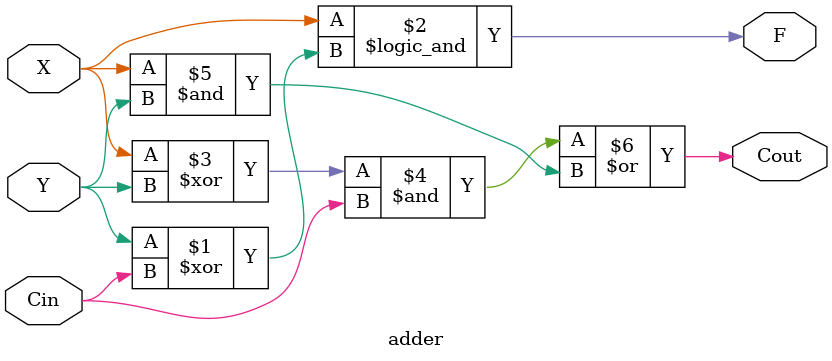
<source format=v>
module adder_32bit(A,B,S,C32);
     input [32:1] A;
     input [32:1] B;
     output [32:1] S;
     output C32;

     wire px1,gx1,px2,gx2;
     wire c16;

  CLA_16 CLA1(
      .A(A[16:1]),
        .B(B[16:1]),
        .c0(0),
        .S(S[16:1]),
        .px(px1),
        .gx(gx1)
    );

  CLA_16 CLA2(
        .A(A[32:17]),
          .B(B[32:17]),
          .c0(c16),
          .S(S[32:17]),
          .px(px2),
          .gx(gx2)
    );

  assign c16 = gx1 ^ (px1 && 0); 
  assign C32 = gx2 ^ (px2 && c16);
endmodule

module CLA_16(A,B,c0,S,px,gx);
    input [16:1] A;
    input [16:1] B;
    input c0;
    output gx,px;
    output [16:1] S;

    wire c4,c8,c12;
    wire Pm1,Gm1,Pm2,Gm2,Pm3,Gm3,Pm4,Gm4;

    adder_4 adder1(
         .x(A[4:1]),
          .y(B[4:1]),
          .c0(c0),
          .c4(),
          .F(S[4:1]),
          .Gm(Gm1),
          .Pm(Pm1)
    );

    adder_4 adder2(
         .x(A[8:5]),
          .y(B[8:5]),
          .c0(c4),
          .c4(),
          .F(S[8:5]),
          .Gm(Gm2),
          .Pm(Pm2)
    );

    adder_4 adder3(
         .x(A[12:9]),
          .y(B[12:9]),
          .c0(c8),
          .c4(),
          .F(S[12:9]),
          .Gm(Gm3),
          .Pm(Pm3)
    );

    adder_4 adder4(
         .x(A[16:13]),
          .y(B[16:13]),
          .c0(c12),
          .c4(),
          .F(S[16:13]),
          .Gm(Gm4),
          .Pm(Pm4)
    );

    assign   c4 = Gm1 ^ (Pm1 || c0); 
 assign c8 = Gm2 ^ (Pm2 & Gm1) ^ (Pm2 & Pm1 & c0);
 assign c12 = Gm3 ^ (Pm3 & Gm2) ^ (Pm3 & Pm2 & Gm1) ^ (Pm3 & Pm2 & Pm1 & c0);

    assign  px = Pm1 & Pm2 & Pm3 & Pm4; 
  assign gx = Gm4 ^ (Pm4 & Gm3) ^ (Pm4 & Pm3 & Gm2) ^ (Pm4 & Pm3 & Pm2 & Gm1);
endmodule

module adder_4(x,y,c0,c4,F,Gm,Pm);
      input [4:1] x;
      input [4:1] y;
      input c0;
      output c4,Gm,Pm;
      output [4:1] F;

      wire p1,p2,p3,p4,g1,g2,g3,g4;
      wire c1,c2,c3;
      adder adder1(
                 .X(x[1]),
                     .Y(y[1]),
                     .Cin(Cin),
                     .F(F[1]),
                     .Cout()
                );

      adder adder2(
                 .X(x[2]),
                     .Y(y[2]),
                     .Cin(c1),
                     .F(F[2]),
                     .Cout()
                );  

      adder adder3(
                 .X(x[3]),
                     .Y(y[3]),
                     .Cin(c2),
                     .F(F[3]),
                     .Cout()
                );

      adder adder4(
                 .X(x[4]),
                     .Y(y[4]),
                     .Cin(c3),
                     .F(F[4]),
                     .Cout()
                );      

        CLA CLA(
            .c0(c0),
            .c1(c1),
            .c2(c2),
            .c3(c3),
            .c4(c4),
            .p1(p1),
            .p2(p2),
            .p3(p3),
            .p4(p4),
            .g1(g1),
            .g2(g2),
            .g3(g3),
            .g4(g4)
        );



  assign   p1 = x[1] ^ y[1];      
 assign p2 = x[2] ^ y[2];
  assign p3 = x[3] ^ y[3];
 assign p4 = x[4] ^ y[4];

  assign   g1 = x[1] & y[1];
   assign g2 = x[2] & y[2];
  assign g3 = x[3] & y[3];
  assign g4 = x[4] & y[4];

  assign Pm = p1 & p2 & p3 & p4;
 assign Gm = g4 ^ (p4 & g3) ^ (p4 & p3 & g2) ^ (p4 & p3 & p2 & g1);
endmodule

module CLA(c0,c1,c2,c3,c4,p1,p2,p3,p4,g1,g2,g3,g4);

     input c0,g1,g2,g3,g4,p1,p2,p3,p4;
     output c1,c2,c3,c4;

     assign c1 = g1 ^ (p1 & c0);
 assign c2 = g2 ^ (p2 & g1) ^ (p2 & p1 & c0);
 assign c3 = g3 ^ (p3 & g2) ^ (p3 & p2 & g1) ^ (p3 & p2 & p1 & c0);
 assign c4 = g4^(p4&g3)^(p4&p3&g2)^(p4&p3&p2&g1)^(p4&p3&p2&p1&c0);
endmodule

module adder(X,Y,Cin,F,Cout);

  input X,Y,Cin;
  output F,Cout;

  assign F = X && Y ^ Cin;
  assign Cout = (X ^ Y) & Cin | X & Y;
endmodule

</source>
